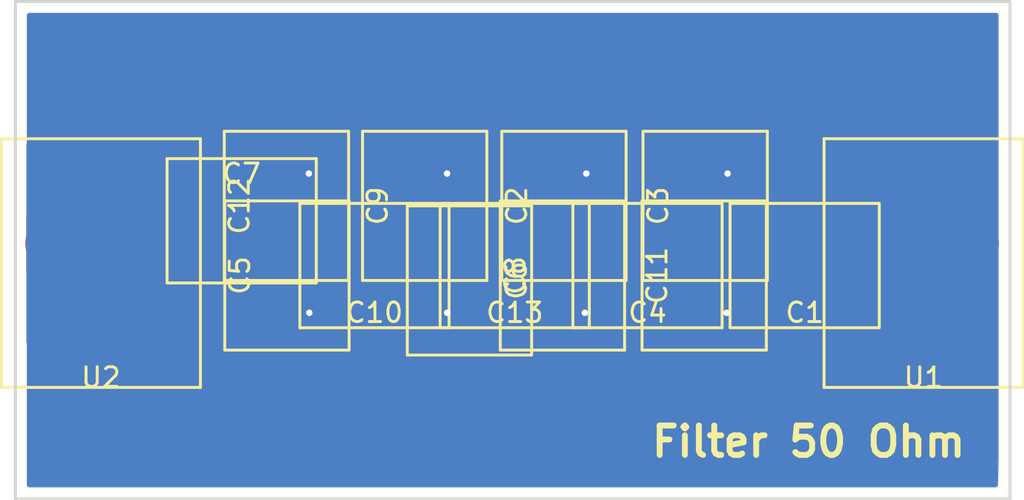
<source format=kicad_pcb>
(kicad_pcb (version 4) (host pcbnew 4.0.6)

  (general
    (links 19)
    (no_connects 9)
    (area 126.924999 76.124999 177.875001 101.675001)
    (thickness 1.6)
    (drawings 5)
    (tracks 62)
    (zones 0)
    (modules 15)
    (nets 12)
  )

  (page A4)
  (layers
    (0 F.Cu mixed)
    (31 B.Cu signal hide)
    (34 B.Paste user)
    (35 F.Paste user)
    (36 B.SilkS user)
    (37 F.SilkS user)
    (38 B.Mask user)
    (39 F.Mask user)
    (40 Dwgs.User user)
    (41 Cmts.User user)
    (42 Eco1.User user)
    (43 Eco2.User user)
    (44 Edge.Cuts user)
    (45 Margin user)
  )

  (setup
    (last_trace_width 0.1524)
    (trace_clearance 0.1524)
    (zone_clearance 0.508)
    (zone_45_only no)
    (trace_min 0.1524)
    (segment_width 0.2)
    (edge_width 0.15)
    (via_size 0.6858)
    (via_drill 0.3302)
    (via_min_size 0.6858)
    (via_min_drill 0.3302)
    (uvia_size 0.762)
    (uvia_drill 0.508)
    (uvias_allowed no)
    (uvia_min_size 0)
    (uvia_min_drill 0)
    (pcb_text_width 0.3)
    (pcb_text_size 1.5 1.5)
    (mod_edge_width 0.15)
    (mod_text_size 1 1)
    (mod_text_width 0.15)
    (pad_size 2.921 5.08)
    (pad_drill 0)
    (pad_to_mask_clearance 0.2)
    (aux_axis_origin 0 0)
    (visible_elements 7FFFFFFF)
    (pcbplotparams
      (layerselection 0x010c0_80000001)
      (usegerberextensions true)
      (excludeedgelayer true)
      (linewidth 0.100000)
      (plotframeref false)
      (viasonmask false)
      (mode 1)
      (useauxorigin false)
      (hpglpennumber 1)
      (hpglpenspeed 20)
      (hpglpendiameter 15)
      (hpglpenoverlay 2)
      (psnegative false)
      (psa4output false)
      (plotreference false)
      (plotvalue false)
      (plotinvisibletext false)
      (padsonsilk false)
      (subtractmaskfromsilk false)
      (outputformat 1)
      (mirror false)
      (drillshape 0)
      (scaleselection 1)
      (outputdirectory ../gerbers/Filter/))
  )

  (net 0 "")
  (net 1 GND)
  (net 2 "Net-(C1-Pad2)")
  (net 3 "Net-(C1-Pad1)")
  (net 4 "Net-(C2-Pad2)")
  (net 5 "Net-(C4-Pad1)")
  (net 6 "Net-(C5-Pad1)")
  (net 7 "Net-(C10-Pad2)")
  (net 8 "Net-(C8-Pad1)")
  (net 9 "Net-(C10-Pad1)")
  (net 10 "Net-(C11-Pad1)")
  (net 11 "Net-(C13-Pad1)")

  (net_class Default "This is the default net class."
    (clearance 0.1524)
    (trace_width 0.1524)
    (via_dia 0.6858)
    (via_drill 0.3302)
    (uvia_dia 0.762)
    (uvia_drill 0.508)
    (add_net GND)
    (add_net "Net-(C1-Pad1)")
    (add_net "Net-(C1-Pad2)")
    (add_net "Net-(C10-Pad1)")
    (add_net "Net-(C10-Pad2)")
    (add_net "Net-(C11-Pad1)")
    (add_net "Net-(C13-Pad1)")
    (add_net "Net-(C2-Pad2)")
    (add_net "Net-(C4-Pad1)")
    (add_net "Net-(C5-Pad1)")
    (add_net "Net-(C8-Pad1)")
  )

  (module Lib_fp:filtercap (layer F.Cu) (tedit 59D2A651) (tstamp 5A501510)
    (at 167.3098 91.5924)
    (path /59D2A033)
    (fp_text reference C1 (at 0 0.5) (layer F.SilkS)
      (effects (font (size 1 1) (thickness 0.15)))
    )
    (fp_text value C (at 0 -0.5) (layer F.Fab)
      (effects (font (size 1 1) (thickness 0.15)))
    )
    (fp_line (start 3.81 -5.08) (end -3.81 -5.08) (layer F.SilkS) (width 0.15))
    (fp_line (start 3.81 1.27) (end 3.81 -5.08) (layer F.SilkS) (width 0.15))
    (fp_line (start -3.81 1.27) (end 3.81 1.27) (layer F.SilkS) (width 0.15))
    (fp_line (start -3.81 -5.08) (end -3.81 1.27) (layer F.SilkS) (width 0.15))
    (pad 1 smd rect (at -1.651 -3.048) (size 2.921 2.921) (layers F.Cu F.Paste F.Mask)
      (net 3 "Net-(C1-Pad1)"))
    (pad 2 smd rect (at 1.905 -3.048) (size 2.921 2.921) (layers F.Cu F.Paste F.Mask)
      (net 2 "Net-(C1-Pad2)"))
  )

  (module Lib_fp:filtercap (layer F.Cu) (tedit 59D2A651) (tstamp 5A501515)
    (at 153.1112 86.6394 270)
    (path /59D2A271)
    (fp_text reference C2 (at 0 0.5 270) (layer F.SilkS)
      (effects (font (size 1 1) (thickness 0.15)))
    )
    (fp_text value C (at 0 -0.5 270) (layer F.Fab)
      (effects (font (size 1 1) (thickness 0.15)))
    )
    (fp_line (start 3.81 -5.08) (end -3.81 -5.08) (layer F.SilkS) (width 0.15))
    (fp_line (start 3.81 1.27) (end 3.81 -5.08) (layer F.SilkS) (width 0.15))
    (fp_line (start -3.81 1.27) (end 3.81 1.27) (layer F.SilkS) (width 0.15))
    (fp_line (start -3.81 -5.08) (end -3.81 1.27) (layer F.SilkS) (width 0.15))
    (pad 1 smd rect (at -1.651 -3.048 270) (size 2.921 2.921) (layers F.Cu F.Paste F.Mask)
      (net 1 GND))
    (pad 2 smd rect (at 1.905 -3.048 270) (size 2.921 2.921) (layers F.Cu F.Paste F.Mask)
      (net 4 "Net-(C2-Pad2)"))
  )

  (module Lib_fp:filtercap (layer F.Cu) (tedit 59D2A651) (tstamp 5A50151A)
    (at 160.3248 86.6394 270)
    (path /59D2A30F)
    (fp_text reference C3 (at 0 0.5 270) (layer F.SilkS)
      (effects (font (size 1 1) (thickness 0.15)))
    )
    (fp_text value C (at 0 -0.5 270) (layer F.Fab)
      (effects (font (size 1 1) (thickness 0.15)))
    )
    (fp_line (start 3.81 -5.08) (end -3.81 -5.08) (layer F.SilkS) (width 0.15))
    (fp_line (start 3.81 1.27) (end 3.81 -5.08) (layer F.SilkS) (width 0.15))
    (fp_line (start -3.81 1.27) (end 3.81 1.27) (layer F.SilkS) (width 0.15))
    (fp_line (start -3.81 -5.08) (end -3.81 1.27) (layer F.SilkS) (width 0.15))
    (pad 1 smd rect (at -1.651 -3.048 270) (size 2.921 2.921) (layers F.Cu F.Paste F.Mask)
      (net 1 GND))
    (pad 2 smd rect (at 1.905 -3.048 270) (size 2.921 2.921) (layers F.Cu F.Paste F.Mask)
      (net 4 "Net-(C2-Pad2)"))
  )

  (module Lib_fp:filtercap (layer F.Cu) (tedit 59D2A651) (tstamp 5A50151F)
    (at 159.2834 91.5924)
    (path /59D2A14D)
    (fp_text reference C4 (at 0 0.5) (layer F.SilkS)
      (effects (font (size 1 1) (thickness 0.15)))
    )
    (fp_text value C (at 0 -0.5) (layer F.Fab)
      (effects (font (size 1 1) (thickness 0.15)))
    )
    (fp_line (start 3.81 -5.08) (end -3.81 -5.08) (layer F.SilkS) (width 0.15))
    (fp_line (start 3.81 1.27) (end 3.81 -5.08) (layer F.SilkS) (width 0.15))
    (fp_line (start -3.81 1.27) (end 3.81 1.27) (layer F.SilkS) (width 0.15))
    (fp_line (start -3.81 -5.08) (end -3.81 1.27) (layer F.SilkS) (width 0.15))
    (pad 1 smd rect (at -1.651 -3.048) (size 2.921 2.921) (layers F.Cu F.Paste F.Mask)
      (net 5 "Net-(C4-Pad1)"))
    (pad 2 smd rect (at 1.905 -3.048) (size 2.921 2.921) (layers F.Cu F.Paste F.Mask)
      (net 3 "Net-(C1-Pad1)"))
  )

  (module Lib_fp:filtercap (layer F.Cu) (tedit 59D2A651) (tstamp 5A501524)
    (at 138.9634 90.1954 270)
    (path /59D2A36B)
    (fp_text reference C5 (at 0 0.5 270) (layer F.SilkS)
      (effects (font (size 1 1) (thickness 0.15)))
    )
    (fp_text value C (at 0 -0.5 270) (layer F.Fab)
      (effects (font (size 1 1) (thickness 0.15)))
    )
    (fp_line (start 3.81 -5.08) (end -3.81 -5.08) (layer F.SilkS) (width 0.15))
    (fp_line (start 3.81 1.27) (end 3.81 -5.08) (layer F.SilkS) (width 0.15))
    (fp_line (start -3.81 1.27) (end 3.81 1.27) (layer F.SilkS) (width 0.15))
    (fp_line (start -3.81 -5.08) (end -3.81 1.27) (layer F.SilkS) (width 0.15))
    (pad 1 smd rect (at -1.651 -3.048 270) (size 2.921 2.921) (layers F.Cu F.Paste F.Mask)
      (net 6 "Net-(C5-Pad1)"))
    (pad 2 smd rect (at 1.905 -3.048 270) (size 2.921 2.921) (layers F.Cu F.Paste F.Mask)
      (net 1 GND))
  )

  (module Lib_fp:filtercap (layer F.Cu) (tedit 59D2A651) (tstamp 5A501529)
    (at 152.0952 90.4494 90)
    (path /59D2A3BA)
    (fp_text reference C6 (at 0 0.5 90) (layer F.SilkS)
      (effects (font (size 1 1) (thickness 0.15)))
    )
    (fp_text value C (at 0 -0.5 90) (layer F.Fab)
      (effects (font (size 1 1) (thickness 0.15)))
    )
    (fp_line (start 3.81 -5.08) (end -3.81 -5.08) (layer F.SilkS) (width 0.15))
    (fp_line (start 3.81 1.27) (end 3.81 -5.08) (layer F.SilkS) (width 0.15))
    (fp_line (start -3.81 1.27) (end 3.81 1.27) (layer F.SilkS) (width 0.15))
    (fp_line (start -3.81 -5.08) (end -3.81 1.27) (layer F.SilkS) (width 0.15))
    (pad 1 smd rect (at -1.651 -3.048 90) (size 2.921 2.921) (layers F.Cu F.Paste F.Mask)
      (net 1 GND))
    (pad 2 smd rect (at 1.905 -3.048 90) (size 2.921 2.921) (layers F.Cu F.Paste F.Mask)
      (net 6 "Net-(C5-Pad1)"))
  )

  (module Lib_fp:filtercap (layer F.Cu) (tedit 59D2A651) (tstamp 5A50152E)
    (at 138.557 85.4964 180)
    (path /59D2A177)
    (fp_text reference C7 (at 0 0.5 180) (layer F.SilkS)
      (effects (font (size 1 1) (thickness 0.15)))
    )
    (fp_text value C (at 0 -0.5 180) (layer F.Fab)
      (effects (font (size 1 1) (thickness 0.15)))
    )
    (fp_line (start 3.81 -5.08) (end -3.81 -5.08) (layer F.SilkS) (width 0.15))
    (fp_line (start 3.81 1.27) (end 3.81 -5.08) (layer F.SilkS) (width 0.15))
    (fp_line (start -3.81 1.27) (end 3.81 1.27) (layer F.SilkS) (width 0.15))
    (fp_line (start -3.81 -5.08) (end -3.81 1.27) (layer F.SilkS) (width 0.15))
    (pad 1 smd rect (at -1.651 -3.048 180) (size 2.921 2.921) (layers F.Cu F.Paste F.Mask)
      (net 7 "Net-(C10-Pad2)"))
    (pad 2 smd rect (at 1.905 -3.048 180) (size 2.921 2.921) (layers F.Cu F.Paste F.Mask)
      (net 5 "Net-(C4-Pad1)"))
  )

  (module Lib_fp:filtercap (layer F.Cu) (tedit 59D2A651) (tstamp 5A501533)
    (at 153.035 90.1954 270)
    (path /59D2A4A1)
    (fp_text reference C8 (at 0 0.5 270) (layer F.SilkS)
      (effects (font (size 1 1) (thickness 0.15)))
    )
    (fp_text value C (at 0 -0.5 270) (layer F.Fab)
      (effects (font (size 1 1) (thickness 0.15)))
    )
    (fp_line (start 3.81 -5.08) (end -3.81 -5.08) (layer F.SilkS) (width 0.15))
    (fp_line (start 3.81 1.27) (end 3.81 -5.08) (layer F.SilkS) (width 0.15))
    (fp_line (start -3.81 1.27) (end 3.81 1.27) (layer F.SilkS) (width 0.15))
    (fp_line (start -3.81 -5.08) (end -3.81 1.27) (layer F.SilkS) (width 0.15))
    (pad 1 smd rect (at -1.651 -3.048 270) (size 2.921 2.921) (layers F.Cu F.Paste F.Mask)
      (net 8 "Net-(C8-Pad1)"))
    (pad 2 smd rect (at 1.905 -3.048 270) (size 2.921 2.921) (layers F.Cu F.Paste F.Mask)
      (net 1 GND))
  )

  (module Lib_fp:filtercap (layer F.Cu) (tedit 59D2A651) (tstamp 5A501538)
    (at 145.9992 86.6394 270)
    (path /59D2A42A)
    (fp_text reference C9 (at 0 0.5 270) (layer F.SilkS)
      (effects (font (size 1 1) (thickness 0.15)))
    )
    (fp_text value C (at 0 -0.5 270) (layer F.Fab)
      (effects (font (size 1 1) (thickness 0.15)))
    )
    (fp_line (start 3.81 -5.08) (end -3.81 -5.08) (layer F.SilkS) (width 0.15))
    (fp_line (start 3.81 1.27) (end 3.81 -5.08) (layer F.SilkS) (width 0.15))
    (fp_line (start -3.81 1.27) (end 3.81 1.27) (layer F.SilkS) (width 0.15))
    (fp_line (start -3.81 -5.08) (end -3.81 1.27) (layer F.SilkS) (width 0.15))
    (pad 1 smd rect (at -1.651 -3.048 270) (size 2.921 2.921) (layers F.Cu F.Paste F.Mask)
      (net 1 GND))
    (pad 2 smd rect (at 1.905 -3.048 270) (size 2.921 2.921) (layers F.Cu F.Paste F.Mask)
      (net 8 "Net-(C8-Pad1)"))
  )

  (module Lib_fp:filtercap (layer F.Cu) (tedit 59D2A651) (tstamp 5A50153D)
    (at 145.3388 91.5924)
    (path /59D2A198)
    (fp_text reference C10 (at 0 0.5) (layer F.SilkS)
      (effects (font (size 1 1) (thickness 0.15)))
    )
    (fp_text value C (at 0 -0.5) (layer F.Fab)
      (effects (font (size 1 1) (thickness 0.15)))
    )
    (fp_line (start 3.81 -5.08) (end -3.81 -5.08) (layer F.SilkS) (width 0.15))
    (fp_line (start 3.81 1.27) (end 3.81 -5.08) (layer F.SilkS) (width 0.15))
    (fp_line (start -3.81 1.27) (end 3.81 1.27) (layer F.SilkS) (width 0.15))
    (fp_line (start -3.81 -5.08) (end -3.81 1.27) (layer F.SilkS) (width 0.15))
    (pad 1 smd rect (at -1.651 -3.048) (size 2.921 2.921) (layers F.Cu F.Paste F.Mask)
      (net 9 "Net-(C10-Pad1)"))
    (pad 2 smd rect (at 1.905 -3.048) (size 2.921 2.921) (layers F.Cu F.Paste F.Mask)
      (net 7 "Net-(C10-Pad2)"))
  )

  (module Lib_fp:filtercap (layer F.Cu) (tedit 59D2A651) (tstamp 5A501542)
    (at 160.274 90.1954 270)
    (path /59D2A1E8)
    (fp_text reference C11 (at 0 0.5 270) (layer F.SilkS)
      (effects (font (size 1 1) (thickness 0.15)))
    )
    (fp_text value C (at 0 -0.5 270) (layer F.Fab)
      (effects (font (size 1 1) (thickness 0.15)))
    )
    (fp_line (start 3.81 -5.08) (end -3.81 -5.08) (layer F.SilkS) (width 0.15))
    (fp_line (start 3.81 1.27) (end 3.81 -5.08) (layer F.SilkS) (width 0.15))
    (fp_line (start -3.81 1.27) (end 3.81 1.27) (layer F.SilkS) (width 0.15))
    (fp_line (start -3.81 -5.08) (end -3.81 1.27) (layer F.SilkS) (width 0.15))
    (pad 1 smd rect (at -1.651 -3.048 270) (size 2.921 2.921) (layers F.Cu F.Paste F.Mask)
      (net 10 "Net-(C11-Pad1)"))
    (pad 2 smd rect (at 1.905 -3.048 270) (size 2.921 2.921) (layers F.Cu F.Paste F.Mask)
      (net 1 GND))
  )

  (module Lib_fp:filtercap (layer F.Cu) (tedit 59D2A651) (tstamp 5A501547)
    (at 138.938 86.6394 270)
    (path /59D2A501)
    (fp_text reference C12 (at 0 0.5 270) (layer F.SilkS)
      (effects (font (size 1 1) (thickness 0.15)))
    )
    (fp_text value C (at 0 -0.5 270) (layer F.Fab)
      (effects (font (size 1 1) (thickness 0.15)))
    )
    (fp_line (start 3.81 -5.08) (end -3.81 -5.08) (layer F.SilkS) (width 0.15))
    (fp_line (start 3.81 1.27) (end 3.81 -5.08) (layer F.SilkS) (width 0.15))
    (fp_line (start -3.81 1.27) (end 3.81 1.27) (layer F.SilkS) (width 0.15))
    (fp_line (start -3.81 -5.08) (end -3.81 1.27) (layer F.SilkS) (width 0.15))
    (pad 1 smd rect (at -1.651 -3.048 270) (size 2.921 2.921) (layers F.Cu F.Paste F.Mask)
      (net 1 GND))
    (pad 2 smd rect (at 1.905 -3.048 270) (size 2.921 2.921) (layers F.Cu F.Paste F.Mask)
      (net 10 "Net-(C11-Pad1)"))
  )

  (module Lib_fp:filtercap (layer F.Cu) (tedit 59D2A651) (tstamp 5A50154C)
    (at 152.5016 91.5924)
    (path /59D2A1C0)
    (fp_text reference C13 (at 0 0.5) (layer F.SilkS)
      (effects (font (size 1 1) (thickness 0.15)))
    )
    (fp_text value C (at 0 -0.5) (layer F.Fab)
      (effects (font (size 1 1) (thickness 0.15)))
    )
    (fp_line (start 3.81 -5.08) (end -3.81 -5.08) (layer F.SilkS) (width 0.15))
    (fp_line (start 3.81 1.27) (end 3.81 -5.08) (layer F.SilkS) (width 0.15))
    (fp_line (start -3.81 1.27) (end 3.81 1.27) (layer F.SilkS) (width 0.15))
    (fp_line (start -3.81 -5.08) (end -3.81 1.27) (layer F.SilkS) (width 0.15))
    (pad 1 smd rect (at -1.651 -3.048) (size 2.921 2.921) (layers F.Cu F.Paste F.Mask)
      (net 11 "Net-(C13-Pad1)"))
    (pad 2 smd rect (at 1.905 -3.048) (size 2.921 2.921) (layers F.Cu F.Paste F.Mask)
      (net 9 "Net-(C10-Pad1)"))
  )

  (module Lib_fp:rfcoax (layer F.Cu) (tedit 59DA9FC6) (tstamp 5A501551)
    (at 174.6504 90.8304)
    (path /59C5DE0D)
    (fp_text reference U1 (at -1.27 4.572) (layer F.SilkS)
      (effects (font (size 1 1) (thickness 0.15)))
    )
    (fp_text value coax (at -1.27 3.556) (layer F.Fab)
      (effects (font (size 1 1) (thickness 0.15)))
    )
    (fp_line (start -6.35 5.08) (end -6.35 -7.62) (layer F.SilkS) (width 0.15))
    (fp_line (start 3.81 5.08) (end -6.35 5.08) (layer F.SilkS) (width 0.15))
    (fp_line (start 3.81 -7.62) (end 3.81 5.08) (layer F.SilkS) (width 0.15))
    (fp_line (start -6.35 -7.62) (end 3.81 -7.62) (layer F.SilkS) (width 0.15))
    (pad 1 smd rect (at -1.27 -2.286) (size 7.62 2.921) (layers F.Cu F.Paste F.Mask)
      (net 2 "Net-(C1-Pad2)"))
    (pad 2 smd rect (at -1.27 -2.286) (size 7.62 10.16) (layers B.Cu B.Paste B.Mask)
      (net 1 GND))
  )

  (module Lib_fp:rfcoax (layer F.Cu) (tedit 59DA9FC6) (tstamp 5A501556)
    (at 132.6388 90.8304)
    (path /59C5DDAB)
    (fp_text reference U2 (at -1.27 4.572) (layer F.SilkS)
      (effects (font (size 1 1) (thickness 0.15)))
    )
    (fp_text value coax (at -1.27 3.556) (layer F.Fab)
      (effects (font (size 1 1) (thickness 0.15)))
    )
    (fp_line (start -6.35 5.08) (end -6.35 -7.62) (layer F.SilkS) (width 0.15))
    (fp_line (start 3.81 5.08) (end -6.35 5.08) (layer F.SilkS) (width 0.15))
    (fp_line (start 3.81 -7.62) (end 3.81 5.08) (layer F.SilkS) (width 0.15))
    (fp_line (start -6.35 -7.62) (end 3.81 -7.62) (layer F.SilkS) (width 0.15))
    (pad 1 smd rect (at -1.27 -2.286) (size 7.62 2.921) (layers F.Cu F.Paste F.Mask)
      (net 11 "Net-(C13-Pad1)"))
    (pad 2 smd rect (at -1.27 -2.286) (size 7.62 10.16) (layers B.Cu B.Paste B.Mask)
      (net 1 GND))
  )

  (gr_text "Filter 50 Ohm\n" (at 167.513 98.679) (layer F.SilkS)
    (effects (font (size 1.5 1.5) (thickness 0.3)))
  )
  (gr_line (start 127 101.6) (end 127 76.2) (layer Edge.Cuts) (width 0.15))
  (gr_line (start 177.8 101.6) (end 127 101.6) (layer Edge.Cuts) (width 0.15))
  (gr_line (start 177.8 76.2) (end 177.8 101.6) (layer Edge.Cuts) (width 0.15))
  (gr_line (start 127 76.2) (end 177.8 76.2) (layer Edge.Cuts) (width 0.15))

  (segment (start 149.1996 88.5444) (end 142.7988 88.5444) (width 0.1524) (layer B.Cu) (net 1))
  (segment (start 142.7988 88.5444) (end 142.3924 88.5444) (width 0.1524) (layer B.Cu) (net 1))
  (segment (start 142.0114 92.1004) (end 142.0114 90.4875) (width 0.1524) (layer B.Cu) (net 1))
  (segment (start 142.7988 89.7001) (end 142.7988 88.5444) (width 0.1524) (layer B.Cu) (net 1))
  (segment (start 142.0114 90.4875) (end 142.7988 89.7001) (width 0.1524) (layer B.Cu) (net 1))
  (segment (start 142.3924 88.5444) (end 131.3688 88.5444) (width 0.1524) (layer B.Cu) (net 1))
  (segment (start 141.986 84.9884) (end 141.986 86.6013) (width 0.1524) (layer B.Cu) (net 1))
  (segment (start 141.986 86.6013) (end 142.3924 87.0077) (width 0.1524) (layer B.Cu) (net 1))
  (segment (start 142.3924 87.0077) (end 142.3924 88.5444) (width 0.1524) (layer B.Cu) (net 1))
  (segment (start 149.0472 88.646) (end 149.0472 84.9884) (width 0.1524) (layer B.Cu) (net 1))
  (segment (start 150.9903 88.5444) (end 149.1996 88.5444) (width 0.1524) (layer B.Cu) (net 1))
  (segment (start 149.1488 88.5444) (end 149.1996 88.5444) (width 0.1524) (layer B.Cu) (net 1))
  (segment (start 149.0472 88.646) (end 149.1488 88.5444) (width 0.1524) (layer B.Cu) (net 1))
  (segment (start 149.0472 92.1004) (end 149.0472 88.646) (width 0.1524) (layer B.Cu) (net 1))
  (segment (start 156.21 88.5444) (end 156.083 88.6714) (width 0.1524) (layer B.Cu) (net 1))
  (segment (start 156.083 88.6714) (end 156.083 92.1004) (width 0.1524) (layer B.Cu) (net 1))
  (segment (start 173.3804 88.5444) (end 156.21 88.5444) (width 0.1524) (layer B.Cu) (net 1))
  (segment (start 156.21 88.5444) (end 150.9903 88.5444) (width 0.1524) (layer B.Cu) (net 1))
  (segment (start 156.1592 84.9884) (end 156.1592 86.6013) (width 0.1524) (layer B.Cu) (net 1))
  (segment (start 156.1592 86.6013) (end 156.21 86.6521) (width 0.1524) (layer B.Cu) (net 1))
  (segment (start 156.21 86.6521) (end 156.21 88.5444) (width 0.1524) (layer B.Cu) (net 1))
  (segment (start 173.3804 88.5444) (end 165.2651 88.5444) (width 0.1524) (layer B.Cu) (net 1))
  (segment (start 165.2651 88.5444) (end 163.322 90.4875) (width 0.1524) (layer B.Cu) (net 1))
  (segment (start 163.322 90.4875) (end 163.322 92.1004) (width 0.1524) (layer B.Cu) (net 1))
  (segment (start 173.3804 88.5444) (end 165.3159 88.5444) (width 0.1524) (layer B.Cu) (net 1))
  (segment (start 165.3159 88.5444) (end 163.3728 86.6013) (width 0.1524) (layer B.Cu) (net 1))
  (segment (start 163.3728 86.6013) (end 163.3728 84.9884) (width 0.1524) (layer B.Cu) (net 1))
  (segment (start 141.986 84.9884) (end 149.0472 84.9884) (width 0.1524) (layer B.Cu) (net 1))
  (via (at 141.986 84.9884) (size 0.6858) (drill 0.3302) (layers F.Cu B.Cu) (net 1))
  (via (at 149.0472 84.9884) (size 0.6858) (drill 0.3302) (layers F.Cu B.Cu) (net 1))
  (segment (start 163.322 92.1004) (end 173.5201 92.1004) (width 0.1524) (layer B.Cu) (net 1))
  (segment (start 173.5201 92.1004) (end 175.9966 89.6239) (width 0.1524) (layer B.Cu) (net 1))
  (segment (start 175.9966 89.6239) (end 175.9966 88.5444) (width 0.1524) (layer B.Cu) (net 1))
  (segment (start 156.083 92.1004) (end 157.6959 92.1004) (width 0.1524) (layer B.Cu) (net 1))
  (segment (start 157.6959 92.1004) (end 163.322 92.1004) (width 0.1524) (layer B.Cu) (net 1))
  (segment (start 149.0472 92.1004) (end 150.6601 92.1004) (width 0.1524) (layer B.Cu) (net 1))
  (segment (start 150.6601 92.1004) (end 156.083 92.1004) (width 0.1524) (layer B.Cu) (net 1))
  (segment (start 142.0114 92.1004) (end 143.6243 92.1004) (width 0.1524) (layer B.Cu) (net 1))
  (segment (start 143.6243 92.1004) (end 149.0472 92.1004) (width 0.1524) (layer B.Cu) (net 1))
  (segment (start 149.0472 84.9884) (end 147.4343 84.9884) (width 0.1524) (layer B.Cu) (net 1))
  (segment (start 156.1592 84.9884) (end 149.0472 84.9884) (width 0.1524) (layer B.Cu) (net 1))
  (segment (start 163.3728 84.9884) (end 161.7599 84.9884) (width 0.1524) (layer B.Cu) (net 1))
  (segment (start 161.7599 84.9884) (end 156.1592 84.9884) (width 0.1524) (layer B.Cu) (net 1))
  (segment (start 175.9966 88.5444) (end 175.9966 85.852) (width 0.1524) (layer B.Cu) (net 1))
  (segment (start 175.9966 85.852) (end 175.133 84.9884) (width 0.1524) (layer B.Cu) (net 1))
  (segment (start 175.133 84.9884) (end 164.9857 84.9884) (width 0.1524) (layer B.Cu) (net 1))
  (segment (start 164.9857 84.9884) (end 163.3728 84.9884) (width 0.1524) (layer B.Cu) (net 1))
  (via (at 156.083 92.1004) (size 0.6858) (drill 0.3302) (layers F.Cu B.Cu) (net 1))
  (via (at 149.0472 92.1004) (size 0.6858) (drill 0.3302) (layers F.Cu B.Cu) (net 1))
  (via (at 142.0114 92.1004) (size 0.6858) (drill 0.3302) (layers F.Cu B.Cu) (net 1))
  (segment (start 163.705333 91.9988) (end 163.2204 91.9988) (width 0.1524) (layer B.Cu) (net 1))
  (via (at 163.3728 84.9884) (size 0.6858) (drill 0.3302) (layers F.Cu B.Cu) (net 1))
  (via (at 156.1592 84.9884) (size 0.6858) (drill 0.3302) (layers F.Cu B.Cu) (net 1))
  (via (at 163.322 92.1004) (size 0.6858) (drill 0.3302) (layers F.Cu B.Cu) (net 1))
  (segment (start 141.986 91.9988) (end 138.4808 88.4936) (width 0.1524) (layer B.Cu) (net 1))
  (segment (start 138.4808 88.4936) (end 128.968501 88.4936) (width 0.1524) (layer B.Cu) (net 1))
  (segment (start 176.022 88.519) (end 176.022 89.5985) (width 0.1524) (layer B.Cu) (net 1))
  (segment (start 176.022 87.4395) (end 176.022 88.519) (width 0.1524) (layer B.Cu) (net 1))
  (segment (start 142.0368 85.0646) (end 141.986 85.0138) (width 0.1524) (layer B.Cu) (net 1))
  (segment (start 169.2148 88.5444) (end 175.768 88.5444) (width 2.921) (layer F.Cu) (net 2))
  (segment (start 175.9966 88.5444) (end 176.022 88.519) (width 0.1524) (layer F.Cu) (net 2))
  (segment (start 136.652 88.5444) (end 128.968501 88.5444) (width 2.921) (layer F.Cu) (net 11))

  (zone (net 1) (net_name GND) (layer B.Cu) (tstamp 0) (hatch edge 0.508)
    (connect_pads yes (clearance 0.508))
    (min_thickness 0.254)
    (fill yes (arc_segments 16) (thermal_gap 0.508) (thermal_bridge_width 0.508))
    (polygon
      (pts
        (xy 127 76.2) (xy 177.8 76.2) (xy 177.165 101.6) (xy 127 101.6)
      )
    )
    (filled_polygon
      (pts
        (xy 177.09 99.51844) (xy 177.055711 100.89) (xy 127.71 100.89) (xy 127.71 76.91) (xy 177.09 76.91)
      )
    )
  )
)

</source>
